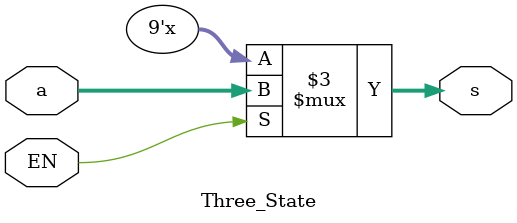
<source format=v>
module Three_State(a, s, EN);
    input [8:0]a;
    output reg [8:0]s;
    input EN;

    always @(*) begin
        if (EN)
            s = a;
        else
            s = 9'bzzzzzzzzz;   
    end
endmodule
</source>
